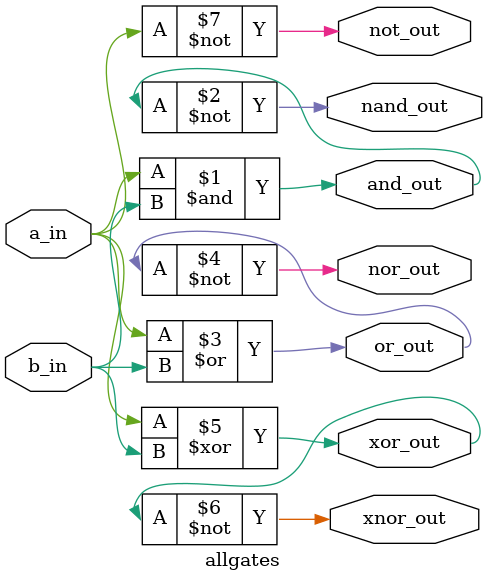
<source format=v>
`timescale 1ns / 1ps


module allgates(
    input a_in,
    input b_in,
    output and_out,
    output or_out,
    output not_out,
    output nand_out,
    output nor_out,
    output xor_out,
    output xnor_out
    );
    assign and_out=(a_in & b_in);
    assign nand_out=~(and_out);
    assign or_out=(a_in|b_in);
    assign nor_out=~(or_out);
    assign xor_out=(a_in^b_in);
    assign xnor_out=~xor_out;
    assign not_out=~a_in;
endmodule


</source>
